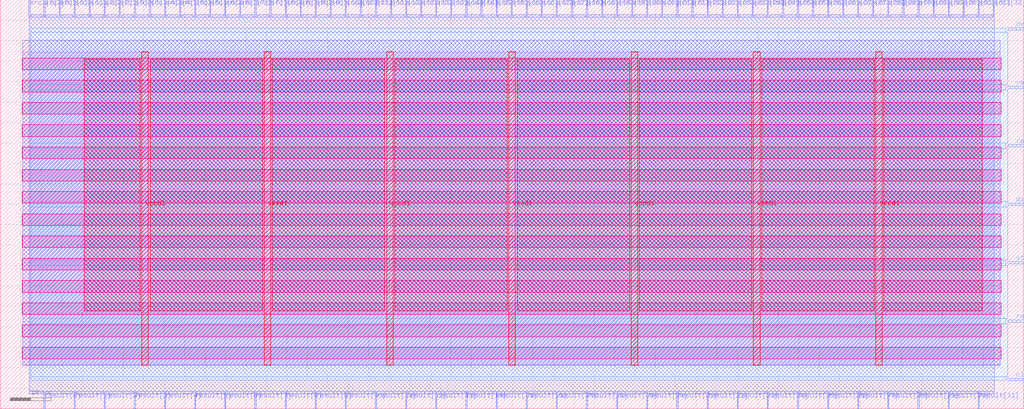
<source format=lef>
VERSION 5.7 ;
  NOWIREEXTENSIONATPIN ON ;
  DIVIDERCHAR "/" ;
  BUSBITCHARS "[]" ;
MACRO DIV
  CLASS BLOCK ;
  FOREIGN DIV ;
  ORIGIN 0.000 0.000 ;
  SIZE 250.000 BY 100.000 ;
  PIN clk
    DIRECTION INPUT ;
    USE SIGNAL ;
    PORT
      LAYER met3 ;
        RECT 246.000 6.840 250.000 7.440 ;
    END
  END clk
  PIN div_mod
    DIRECTION INPUT ;
    USE SIGNAL ;
    PORT
      LAYER met3 ;
        RECT 246.000 49.680 250.000 50.280 ;
    END
  END div_mod
  PIN ov
    DIRECTION OUTPUT TRISTATE ;
    USE SIGNAL ;
    PORT
      LAYER met3 ;
        RECT 246.000 92.520 250.000 93.120 ;
    END
  END ov
  PIN reset
    DIRECTION INPUT ;
    USE SIGNAL ;
    PORT
      LAYER met3 ;
        RECT 246.000 21.120 250.000 21.720 ;
    END
  END reset
  PIN result[0]
    DIRECTION OUTPUT TRISTATE ;
    USE SIGNAL ;
    PORT
      LAYER met2 ;
        RECT 10.670 0.000 10.950 4.000 ;
    END
  END result[0]
  PIN result[10]
    DIRECTION OUTPUT TRISTATE ;
    USE SIGNAL ;
    PORT
      LAYER met2 ;
        RECT 84.270 0.000 84.550 4.000 ;
    END
  END result[10]
  PIN result[11]
    DIRECTION OUTPUT TRISTATE ;
    USE SIGNAL ;
    PORT
      LAYER met2 ;
        RECT 91.630 0.000 91.910 4.000 ;
    END
  END result[11]
  PIN result[12]
    DIRECTION OUTPUT TRISTATE ;
    USE SIGNAL ;
    PORT
      LAYER met2 ;
        RECT 98.990 0.000 99.270 4.000 ;
    END
  END result[12]
  PIN result[13]
    DIRECTION OUTPUT TRISTATE ;
    USE SIGNAL ;
    PORT
      LAYER met2 ;
        RECT 106.350 0.000 106.630 4.000 ;
    END
  END result[13]
  PIN result[14]
    DIRECTION OUTPUT TRISTATE ;
    USE SIGNAL ;
    PORT
      LAYER met2 ;
        RECT 113.710 0.000 113.990 4.000 ;
    END
  END result[14]
  PIN result[15]
    DIRECTION OUTPUT TRISTATE ;
    USE SIGNAL ;
    PORT
      LAYER met2 ;
        RECT 121.070 0.000 121.350 4.000 ;
    END
  END result[15]
  PIN result[16]
    DIRECTION OUTPUT TRISTATE ;
    USE SIGNAL ;
    PORT
      LAYER met2 ;
        RECT 128.430 0.000 128.710 4.000 ;
    END
  END result[16]
  PIN result[17]
    DIRECTION OUTPUT TRISTATE ;
    USE SIGNAL ;
    PORT
      LAYER met2 ;
        RECT 135.790 0.000 136.070 4.000 ;
    END
  END result[17]
  PIN result[18]
    DIRECTION OUTPUT TRISTATE ;
    USE SIGNAL ;
    PORT
      LAYER met2 ;
        RECT 143.150 0.000 143.430 4.000 ;
    END
  END result[18]
  PIN result[19]
    DIRECTION OUTPUT TRISTATE ;
    USE SIGNAL ;
    PORT
      LAYER met2 ;
        RECT 150.510 0.000 150.790 4.000 ;
    END
  END result[19]
  PIN result[1]
    DIRECTION OUTPUT TRISTATE ;
    USE SIGNAL ;
    PORT
      LAYER met2 ;
        RECT 18.030 0.000 18.310 4.000 ;
    END
  END result[1]
  PIN result[20]
    DIRECTION OUTPUT TRISTATE ;
    USE SIGNAL ;
    PORT
      LAYER met2 ;
        RECT 157.870 0.000 158.150 4.000 ;
    END
  END result[20]
  PIN result[21]
    DIRECTION OUTPUT TRISTATE ;
    USE SIGNAL ;
    PORT
      LAYER met2 ;
        RECT 165.230 0.000 165.510 4.000 ;
    END
  END result[21]
  PIN result[22]
    DIRECTION OUTPUT TRISTATE ;
    USE SIGNAL ;
    PORT
      LAYER met2 ;
        RECT 172.590 0.000 172.870 4.000 ;
    END
  END result[22]
  PIN result[23]
    DIRECTION OUTPUT TRISTATE ;
    USE SIGNAL ;
    PORT
      LAYER met2 ;
        RECT 179.950 0.000 180.230 4.000 ;
    END
  END result[23]
  PIN result[24]
    DIRECTION OUTPUT TRISTATE ;
    USE SIGNAL ;
    PORT
      LAYER met2 ;
        RECT 187.310 0.000 187.590 4.000 ;
    END
  END result[24]
  PIN result[25]
    DIRECTION OUTPUT TRISTATE ;
    USE SIGNAL ;
    PORT
      LAYER met2 ;
        RECT 194.670 0.000 194.950 4.000 ;
    END
  END result[25]
  PIN result[26]
    DIRECTION OUTPUT TRISTATE ;
    USE SIGNAL ;
    PORT
      LAYER met2 ;
        RECT 202.030 0.000 202.310 4.000 ;
    END
  END result[26]
  PIN result[27]
    DIRECTION OUTPUT TRISTATE ;
    USE SIGNAL ;
    PORT
      LAYER met2 ;
        RECT 209.390 0.000 209.670 4.000 ;
    END
  END result[27]
  PIN result[28]
    DIRECTION OUTPUT TRISTATE ;
    USE SIGNAL ;
    PORT
      LAYER met2 ;
        RECT 216.750 0.000 217.030 4.000 ;
    END
  END result[28]
  PIN result[29]
    DIRECTION OUTPUT TRISTATE ;
    USE SIGNAL ;
    PORT
      LAYER met2 ;
        RECT 224.110 0.000 224.390 4.000 ;
    END
  END result[29]
  PIN result[2]
    DIRECTION OUTPUT TRISTATE ;
    USE SIGNAL ;
    PORT
      LAYER met2 ;
        RECT 25.390 0.000 25.670 4.000 ;
    END
  END result[2]
  PIN result[30]
    DIRECTION OUTPUT TRISTATE ;
    USE SIGNAL ;
    PORT
      LAYER met2 ;
        RECT 231.470 0.000 231.750 4.000 ;
    END
  END result[30]
  PIN result[31]
    DIRECTION OUTPUT TRISTATE ;
    USE SIGNAL ;
    PORT
      LAYER met2 ;
        RECT 238.830 0.000 239.110 4.000 ;
    END
  END result[31]
  PIN result[3]
    DIRECTION OUTPUT TRISTATE ;
    USE SIGNAL ;
    PORT
      LAYER met2 ;
        RECT 32.750 0.000 33.030 4.000 ;
    END
  END result[3]
  PIN result[4]
    DIRECTION OUTPUT TRISTATE ;
    USE SIGNAL ;
    PORT
      LAYER met2 ;
        RECT 40.110 0.000 40.390 4.000 ;
    END
  END result[4]
  PIN result[5]
    DIRECTION OUTPUT TRISTATE ;
    USE SIGNAL ;
    PORT
      LAYER met2 ;
        RECT 47.470 0.000 47.750 4.000 ;
    END
  END result[5]
  PIN result[6]
    DIRECTION OUTPUT TRISTATE ;
    USE SIGNAL ;
    PORT
      LAYER met2 ;
        RECT 54.830 0.000 55.110 4.000 ;
    END
  END result[6]
  PIN result[7]
    DIRECTION OUTPUT TRISTATE ;
    USE SIGNAL ;
    PORT
      LAYER met2 ;
        RECT 62.190 0.000 62.470 4.000 ;
    END
  END result[7]
  PIN result[8]
    DIRECTION OUTPUT TRISTATE ;
    USE SIGNAL ;
    PORT
      LAYER met2 ;
        RECT 69.550 0.000 69.830 4.000 ;
    END
  END result[8]
  PIN result[9]
    DIRECTION OUTPUT TRISTATE ;
    USE SIGNAL ;
    PORT
      LAYER met2 ;
        RECT 76.910 0.000 77.190 4.000 ;
    END
  END result[9]
  PIN revert
    DIRECTION INPUT ;
    USE SIGNAL ;
    PORT
      LAYER met3 ;
        RECT 246.000 63.960 250.000 64.560 ;
    END
  END revert
  PIN src1[0]
    DIRECTION INPUT ;
    USE SIGNAL ;
    PORT
      LAYER met2 ;
        RECT 6.990 96.000 7.270 100.000 ;
    END
  END src1[0]
  PIN src1[10]
    DIRECTION INPUT ;
    USE SIGNAL ;
    PORT
      LAYER met2 ;
        RECT 80.590 96.000 80.870 100.000 ;
    END
  END src1[10]
  PIN src1[11]
    DIRECTION INPUT ;
    USE SIGNAL ;
    PORT
      LAYER met2 ;
        RECT 87.950 96.000 88.230 100.000 ;
    END
  END src1[11]
  PIN src1[12]
    DIRECTION INPUT ;
    USE SIGNAL ;
    PORT
      LAYER met2 ;
        RECT 95.310 96.000 95.590 100.000 ;
    END
  END src1[12]
  PIN src1[13]
    DIRECTION INPUT ;
    USE SIGNAL ;
    PORT
      LAYER met2 ;
        RECT 102.670 96.000 102.950 100.000 ;
    END
  END src1[13]
  PIN src1[14]
    DIRECTION INPUT ;
    USE SIGNAL ;
    PORT
      LAYER met2 ;
        RECT 110.030 96.000 110.310 100.000 ;
    END
  END src1[14]
  PIN src1[15]
    DIRECTION INPUT ;
    USE SIGNAL ;
    PORT
      LAYER met2 ;
        RECT 117.390 96.000 117.670 100.000 ;
    END
  END src1[15]
  PIN src1[16]
    DIRECTION INPUT ;
    USE SIGNAL ;
    PORT
      LAYER met2 ;
        RECT 124.750 96.000 125.030 100.000 ;
    END
  END src1[16]
  PIN src1[17]
    DIRECTION INPUT ;
    USE SIGNAL ;
    PORT
      LAYER met2 ;
        RECT 132.110 96.000 132.390 100.000 ;
    END
  END src1[17]
  PIN src1[18]
    DIRECTION INPUT ;
    USE SIGNAL ;
    PORT
      LAYER met2 ;
        RECT 139.470 96.000 139.750 100.000 ;
    END
  END src1[18]
  PIN src1[19]
    DIRECTION INPUT ;
    USE SIGNAL ;
    PORT
      LAYER met2 ;
        RECT 146.830 96.000 147.110 100.000 ;
    END
  END src1[19]
  PIN src1[1]
    DIRECTION INPUT ;
    USE SIGNAL ;
    PORT
      LAYER met2 ;
        RECT 14.350 96.000 14.630 100.000 ;
    END
  END src1[1]
  PIN src1[20]
    DIRECTION INPUT ;
    USE SIGNAL ;
    PORT
      LAYER met2 ;
        RECT 154.190 96.000 154.470 100.000 ;
    END
  END src1[20]
  PIN src1[21]
    DIRECTION INPUT ;
    USE SIGNAL ;
    PORT
      LAYER met2 ;
        RECT 161.550 96.000 161.830 100.000 ;
    END
  END src1[21]
  PIN src1[22]
    DIRECTION INPUT ;
    USE SIGNAL ;
    PORT
      LAYER met2 ;
        RECT 168.910 96.000 169.190 100.000 ;
    END
  END src1[22]
  PIN src1[23]
    DIRECTION INPUT ;
    USE SIGNAL ;
    PORT
      LAYER met2 ;
        RECT 176.270 96.000 176.550 100.000 ;
    END
  END src1[23]
  PIN src1[24]
    DIRECTION INPUT ;
    USE SIGNAL ;
    PORT
      LAYER met2 ;
        RECT 183.630 96.000 183.910 100.000 ;
    END
  END src1[24]
  PIN src1[25]
    DIRECTION INPUT ;
    USE SIGNAL ;
    PORT
      LAYER met2 ;
        RECT 190.990 96.000 191.270 100.000 ;
    END
  END src1[25]
  PIN src1[26]
    DIRECTION INPUT ;
    USE SIGNAL ;
    PORT
      LAYER met2 ;
        RECT 198.350 96.000 198.630 100.000 ;
    END
  END src1[26]
  PIN src1[27]
    DIRECTION INPUT ;
    USE SIGNAL ;
    PORT
      LAYER met2 ;
        RECT 205.710 96.000 205.990 100.000 ;
    END
  END src1[27]
  PIN src1[28]
    DIRECTION INPUT ;
    USE SIGNAL ;
    PORT
      LAYER met2 ;
        RECT 213.070 96.000 213.350 100.000 ;
    END
  END src1[28]
  PIN src1[29]
    DIRECTION INPUT ;
    USE SIGNAL ;
    PORT
      LAYER met2 ;
        RECT 220.430 96.000 220.710 100.000 ;
    END
  END src1[29]
  PIN src1[2]
    DIRECTION INPUT ;
    USE SIGNAL ;
    PORT
      LAYER met2 ;
        RECT 21.710 96.000 21.990 100.000 ;
    END
  END src1[2]
  PIN src1[30]
    DIRECTION INPUT ;
    USE SIGNAL ;
    PORT
      LAYER met2 ;
        RECT 227.790 96.000 228.070 100.000 ;
    END
  END src1[30]
  PIN src1[31]
    DIRECTION INPUT ;
    USE SIGNAL ;
    PORT
      LAYER met2 ;
        RECT 235.150 96.000 235.430 100.000 ;
    END
  END src1[31]
  PIN src1[32]
    DIRECTION INPUT ;
    USE SIGNAL ;
    PORT
      LAYER met2 ;
        RECT 242.510 96.000 242.790 100.000 ;
    END
  END src1[32]
  PIN src1[3]
    DIRECTION INPUT ;
    USE SIGNAL ;
    PORT
      LAYER met2 ;
        RECT 29.070 96.000 29.350 100.000 ;
    END
  END src1[3]
  PIN src1[4]
    DIRECTION INPUT ;
    USE SIGNAL ;
    PORT
      LAYER met2 ;
        RECT 36.430 96.000 36.710 100.000 ;
    END
  END src1[4]
  PIN src1[5]
    DIRECTION INPUT ;
    USE SIGNAL ;
    PORT
      LAYER met2 ;
        RECT 43.790 96.000 44.070 100.000 ;
    END
  END src1[5]
  PIN src1[6]
    DIRECTION INPUT ;
    USE SIGNAL ;
    PORT
      LAYER met2 ;
        RECT 51.150 96.000 51.430 100.000 ;
    END
  END src1[6]
  PIN src1[7]
    DIRECTION INPUT ;
    USE SIGNAL ;
    PORT
      LAYER met2 ;
        RECT 58.510 96.000 58.790 100.000 ;
    END
  END src1[7]
  PIN src1[8]
    DIRECTION INPUT ;
    USE SIGNAL ;
    PORT
      LAYER met2 ;
        RECT 65.870 96.000 66.150 100.000 ;
    END
  END src1[8]
  PIN src1[9]
    DIRECTION INPUT ;
    USE SIGNAL ;
    PORT
      LAYER met2 ;
        RECT 73.230 96.000 73.510 100.000 ;
    END
  END src1[9]
  PIN src2[0]
    DIRECTION INPUT ;
    USE SIGNAL ;
    PORT
      LAYER met2 ;
        RECT 10.670 96.000 10.950 100.000 ;
    END
  END src2[0]
  PIN src2[10]
    DIRECTION INPUT ;
    USE SIGNAL ;
    PORT
      LAYER met2 ;
        RECT 84.270 96.000 84.550 100.000 ;
    END
  END src2[10]
  PIN src2[11]
    DIRECTION INPUT ;
    USE SIGNAL ;
    PORT
      LAYER met2 ;
        RECT 91.630 96.000 91.910 100.000 ;
    END
  END src2[11]
  PIN src2[12]
    DIRECTION INPUT ;
    USE SIGNAL ;
    PORT
      LAYER met2 ;
        RECT 98.990 96.000 99.270 100.000 ;
    END
  END src2[12]
  PIN src2[13]
    DIRECTION INPUT ;
    USE SIGNAL ;
    PORT
      LAYER met2 ;
        RECT 106.350 96.000 106.630 100.000 ;
    END
  END src2[13]
  PIN src2[14]
    DIRECTION INPUT ;
    USE SIGNAL ;
    PORT
      LAYER met2 ;
        RECT 113.710 96.000 113.990 100.000 ;
    END
  END src2[14]
  PIN src2[15]
    DIRECTION INPUT ;
    USE SIGNAL ;
    PORT
      LAYER met2 ;
        RECT 121.070 96.000 121.350 100.000 ;
    END
  END src2[15]
  PIN src2[16]
    DIRECTION INPUT ;
    USE SIGNAL ;
    PORT
      LAYER met2 ;
        RECT 128.430 96.000 128.710 100.000 ;
    END
  END src2[16]
  PIN src2[17]
    DIRECTION INPUT ;
    USE SIGNAL ;
    PORT
      LAYER met2 ;
        RECT 135.790 96.000 136.070 100.000 ;
    END
  END src2[17]
  PIN src2[18]
    DIRECTION INPUT ;
    USE SIGNAL ;
    PORT
      LAYER met2 ;
        RECT 143.150 96.000 143.430 100.000 ;
    END
  END src2[18]
  PIN src2[19]
    DIRECTION INPUT ;
    USE SIGNAL ;
    PORT
      LAYER met2 ;
        RECT 150.510 96.000 150.790 100.000 ;
    END
  END src2[19]
  PIN src2[1]
    DIRECTION INPUT ;
    USE SIGNAL ;
    PORT
      LAYER met2 ;
        RECT 18.030 96.000 18.310 100.000 ;
    END
  END src2[1]
  PIN src2[20]
    DIRECTION INPUT ;
    USE SIGNAL ;
    PORT
      LAYER met2 ;
        RECT 157.870 96.000 158.150 100.000 ;
    END
  END src2[20]
  PIN src2[21]
    DIRECTION INPUT ;
    USE SIGNAL ;
    PORT
      LAYER met2 ;
        RECT 165.230 96.000 165.510 100.000 ;
    END
  END src2[21]
  PIN src2[22]
    DIRECTION INPUT ;
    USE SIGNAL ;
    PORT
      LAYER met2 ;
        RECT 172.590 96.000 172.870 100.000 ;
    END
  END src2[22]
  PIN src2[23]
    DIRECTION INPUT ;
    USE SIGNAL ;
    PORT
      LAYER met2 ;
        RECT 179.950 96.000 180.230 100.000 ;
    END
  END src2[23]
  PIN src2[24]
    DIRECTION INPUT ;
    USE SIGNAL ;
    PORT
      LAYER met2 ;
        RECT 187.310 96.000 187.590 100.000 ;
    END
  END src2[24]
  PIN src2[25]
    DIRECTION INPUT ;
    USE SIGNAL ;
    PORT
      LAYER met2 ;
        RECT 194.670 96.000 194.950 100.000 ;
    END
  END src2[25]
  PIN src2[26]
    DIRECTION INPUT ;
    USE SIGNAL ;
    PORT
      LAYER met2 ;
        RECT 202.030 96.000 202.310 100.000 ;
    END
  END src2[26]
  PIN src2[27]
    DIRECTION INPUT ;
    USE SIGNAL ;
    PORT
      LAYER met2 ;
        RECT 209.390 96.000 209.670 100.000 ;
    END
  END src2[27]
  PIN src2[28]
    DIRECTION INPUT ;
    USE SIGNAL ;
    PORT
      LAYER met2 ;
        RECT 216.750 96.000 217.030 100.000 ;
    END
  END src2[28]
  PIN src2[29]
    DIRECTION INPUT ;
    USE SIGNAL ;
    PORT
      LAYER met2 ;
        RECT 224.110 96.000 224.390 100.000 ;
    END
  END src2[29]
  PIN src2[2]
    DIRECTION INPUT ;
    USE SIGNAL ;
    PORT
      LAYER met2 ;
        RECT 25.390 96.000 25.670 100.000 ;
    END
  END src2[2]
  PIN src2[30]
    DIRECTION INPUT ;
    USE SIGNAL ;
    PORT
      LAYER met2 ;
        RECT 231.470 96.000 231.750 100.000 ;
    END
  END src2[30]
  PIN src2[31]
    DIRECTION INPUT ;
    USE SIGNAL ;
    PORT
      LAYER met2 ;
        RECT 238.830 96.000 239.110 100.000 ;
    END
  END src2[31]
  PIN src2[3]
    DIRECTION INPUT ;
    USE SIGNAL ;
    PORT
      LAYER met2 ;
        RECT 32.750 96.000 33.030 100.000 ;
    END
  END src2[3]
  PIN src2[4]
    DIRECTION INPUT ;
    USE SIGNAL ;
    PORT
      LAYER met2 ;
        RECT 40.110 96.000 40.390 100.000 ;
    END
  END src2[4]
  PIN src2[5]
    DIRECTION INPUT ;
    USE SIGNAL ;
    PORT
      LAYER met2 ;
        RECT 47.470 96.000 47.750 100.000 ;
    END
  END src2[5]
  PIN src2[6]
    DIRECTION INPUT ;
    USE SIGNAL ;
    PORT
      LAYER met2 ;
        RECT 54.830 96.000 55.110 100.000 ;
    END
  END src2[6]
  PIN src2[7]
    DIRECTION INPUT ;
    USE SIGNAL ;
    PORT
      LAYER met2 ;
        RECT 62.190 96.000 62.470 100.000 ;
    END
  END src2[7]
  PIN src2[8]
    DIRECTION INPUT ;
    USE SIGNAL ;
    PORT
      LAYER met2 ;
        RECT 69.550 96.000 69.830 100.000 ;
    END
  END src2[8]
  PIN src2[9]
    DIRECTION INPUT ;
    USE SIGNAL ;
    PORT
      LAYER met2 ;
        RECT 76.910 96.000 77.190 100.000 ;
    END
  END src2[9]
  PIN start
    DIRECTION INPUT ;
    USE SIGNAL ;
    PORT
      LAYER met3 ;
        RECT 246.000 35.400 250.000 36.000 ;
    END
  END start
  PIN valid
    DIRECTION OUTPUT TRISTATE ;
    USE SIGNAL ;
    PORT
      LAYER met3 ;
        RECT 246.000 78.240 250.000 78.840 ;
    END
  END valid
  PIN vccd1
    DIRECTION INOUT ;
    USE POWER ;
    PORT
      LAYER met4 ;
        RECT 34.590 10.640 36.190 87.280 ;
    END
    PORT
      LAYER met4 ;
        RECT 94.330 10.640 95.930 87.280 ;
    END
    PORT
      LAYER met4 ;
        RECT 154.070 10.640 155.670 87.280 ;
    END
    PORT
      LAYER met4 ;
        RECT 213.810 10.640 215.410 87.280 ;
    END
  END vccd1
  PIN vssd1
    DIRECTION INOUT ;
    USE GROUND ;
    PORT
      LAYER met4 ;
        RECT 64.460 10.640 66.060 87.280 ;
    END
    PORT
      LAYER met4 ;
        RECT 124.200 10.640 125.800 87.280 ;
    END
    PORT
      LAYER met4 ;
        RECT 183.940 10.640 185.540 87.280 ;
    END
  END vssd1
  OBS
      LAYER nwell ;
        RECT 5.330 82.905 244.450 85.735 ;
        RECT 5.330 77.465 244.450 80.295 ;
        RECT 5.330 72.025 244.450 74.855 ;
        RECT 5.330 66.585 244.450 69.415 ;
        RECT 5.330 61.145 244.450 63.975 ;
        RECT 5.330 55.705 244.450 58.535 ;
        RECT 5.330 50.265 244.450 53.095 ;
        RECT 5.330 44.825 244.450 47.655 ;
        RECT 5.330 39.385 244.450 42.215 ;
        RECT 5.330 33.945 244.450 36.775 ;
        RECT 5.330 28.505 244.450 31.335 ;
        RECT 5.330 23.065 244.450 25.895 ;
        RECT 5.330 17.625 244.450 20.455 ;
        RECT 5.330 12.185 244.450 15.015 ;
      LAYER li1 ;
        RECT 5.520 10.795 244.260 87.125 ;
      LAYER met1 ;
        RECT 5.520 10.640 244.260 90.060 ;
      LAYER met2 ;
        RECT 7.550 95.720 10.390 96.290 ;
        RECT 11.230 95.720 14.070 96.290 ;
        RECT 14.910 95.720 17.750 96.290 ;
        RECT 18.590 95.720 21.430 96.290 ;
        RECT 22.270 95.720 25.110 96.290 ;
        RECT 25.950 95.720 28.790 96.290 ;
        RECT 29.630 95.720 32.470 96.290 ;
        RECT 33.310 95.720 36.150 96.290 ;
        RECT 36.990 95.720 39.830 96.290 ;
        RECT 40.670 95.720 43.510 96.290 ;
        RECT 44.350 95.720 47.190 96.290 ;
        RECT 48.030 95.720 50.870 96.290 ;
        RECT 51.710 95.720 54.550 96.290 ;
        RECT 55.390 95.720 58.230 96.290 ;
        RECT 59.070 95.720 61.910 96.290 ;
        RECT 62.750 95.720 65.590 96.290 ;
        RECT 66.430 95.720 69.270 96.290 ;
        RECT 70.110 95.720 72.950 96.290 ;
        RECT 73.790 95.720 76.630 96.290 ;
        RECT 77.470 95.720 80.310 96.290 ;
        RECT 81.150 95.720 83.990 96.290 ;
        RECT 84.830 95.720 87.670 96.290 ;
        RECT 88.510 95.720 91.350 96.290 ;
        RECT 92.190 95.720 95.030 96.290 ;
        RECT 95.870 95.720 98.710 96.290 ;
        RECT 99.550 95.720 102.390 96.290 ;
        RECT 103.230 95.720 106.070 96.290 ;
        RECT 106.910 95.720 109.750 96.290 ;
        RECT 110.590 95.720 113.430 96.290 ;
        RECT 114.270 95.720 117.110 96.290 ;
        RECT 117.950 95.720 120.790 96.290 ;
        RECT 121.630 95.720 124.470 96.290 ;
        RECT 125.310 95.720 128.150 96.290 ;
        RECT 128.990 95.720 131.830 96.290 ;
        RECT 132.670 95.720 135.510 96.290 ;
        RECT 136.350 95.720 139.190 96.290 ;
        RECT 140.030 95.720 142.870 96.290 ;
        RECT 143.710 95.720 146.550 96.290 ;
        RECT 147.390 95.720 150.230 96.290 ;
        RECT 151.070 95.720 153.910 96.290 ;
        RECT 154.750 95.720 157.590 96.290 ;
        RECT 158.430 95.720 161.270 96.290 ;
        RECT 162.110 95.720 164.950 96.290 ;
        RECT 165.790 95.720 168.630 96.290 ;
        RECT 169.470 95.720 172.310 96.290 ;
        RECT 173.150 95.720 175.990 96.290 ;
        RECT 176.830 95.720 179.670 96.290 ;
        RECT 180.510 95.720 183.350 96.290 ;
        RECT 184.190 95.720 187.030 96.290 ;
        RECT 187.870 95.720 190.710 96.290 ;
        RECT 191.550 95.720 194.390 96.290 ;
        RECT 195.230 95.720 198.070 96.290 ;
        RECT 198.910 95.720 201.750 96.290 ;
        RECT 202.590 95.720 205.430 96.290 ;
        RECT 206.270 95.720 209.110 96.290 ;
        RECT 209.950 95.720 212.790 96.290 ;
        RECT 213.630 95.720 216.470 96.290 ;
        RECT 217.310 95.720 220.150 96.290 ;
        RECT 220.990 95.720 223.830 96.290 ;
        RECT 224.670 95.720 227.510 96.290 ;
        RECT 228.350 95.720 231.190 96.290 ;
        RECT 232.030 95.720 234.870 96.290 ;
        RECT 235.710 95.720 238.550 96.290 ;
        RECT 239.390 95.720 242.230 96.290 ;
        RECT 7.060 4.280 242.780 95.720 ;
        RECT 7.060 3.670 10.390 4.280 ;
        RECT 11.230 3.670 17.750 4.280 ;
        RECT 18.590 3.670 25.110 4.280 ;
        RECT 25.950 3.670 32.470 4.280 ;
        RECT 33.310 3.670 39.830 4.280 ;
        RECT 40.670 3.670 47.190 4.280 ;
        RECT 48.030 3.670 54.550 4.280 ;
        RECT 55.390 3.670 61.910 4.280 ;
        RECT 62.750 3.670 69.270 4.280 ;
        RECT 70.110 3.670 76.630 4.280 ;
        RECT 77.470 3.670 83.990 4.280 ;
        RECT 84.830 3.670 91.350 4.280 ;
        RECT 92.190 3.670 98.710 4.280 ;
        RECT 99.550 3.670 106.070 4.280 ;
        RECT 106.910 3.670 113.430 4.280 ;
        RECT 114.270 3.670 120.790 4.280 ;
        RECT 121.630 3.670 128.150 4.280 ;
        RECT 128.990 3.670 135.510 4.280 ;
        RECT 136.350 3.670 142.870 4.280 ;
        RECT 143.710 3.670 150.230 4.280 ;
        RECT 151.070 3.670 157.590 4.280 ;
        RECT 158.430 3.670 164.950 4.280 ;
        RECT 165.790 3.670 172.310 4.280 ;
        RECT 173.150 3.670 179.670 4.280 ;
        RECT 180.510 3.670 187.030 4.280 ;
        RECT 187.870 3.670 194.390 4.280 ;
        RECT 195.230 3.670 201.750 4.280 ;
        RECT 202.590 3.670 209.110 4.280 ;
        RECT 209.950 3.670 216.470 4.280 ;
        RECT 217.310 3.670 223.830 4.280 ;
        RECT 224.670 3.670 231.190 4.280 ;
        RECT 232.030 3.670 238.550 4.280 ;
        RECT 239.390 3.670 242.780 4.280 ;
      LAYER met3 ;
        RECT 7.425 92.120 245.600 92.985 ;
        RECT 7.425 79.240 246.000 92.120 ;
        RECT 7.425 77.840 245.600 79.240 ;
        RECT 7.425 64.960 246.000 77.840 ;
        RECT 7.425 63.560 245.600 64.960 ;
        RECT 7.425 50.680 246.000 63.560 ;
        RECT 7.425 49.280 245.600 50.680 ;
        RECT 7.425 36.400 246.000 49.280 ;
        RECT 7.425 35.000 245.600 36.400 ;
        RECT 7.425 22.120 246.000 35.000 ;
        RECT 7.425 20.720 245.600 22.120 ;
        RECT 7.425 7.840 246.000 20.720 ;
        RECT 7.425 6.975 245.600 7.840 ;
      LAYER met4 ;
        RECT 20.535 23.975 34.190 85.505 ;
        RECT 36.590 23.975 64.060 85.505 ;
        RECT 66.460 23.975 93.930 85.505 ;
        RECT 96.330 23.975 123.800 85.505 ;
        RECT 126.200 23.975 153.670 85.505 ;
        RECT 156.070 23.975 183.540 85.505 ;
        RECT 185.940 23.975 213.410 85.505 ;
        RECT 215.810 23.975 239.825 85.505 ;
  END
END DIV
END LIBRARY


</source>
